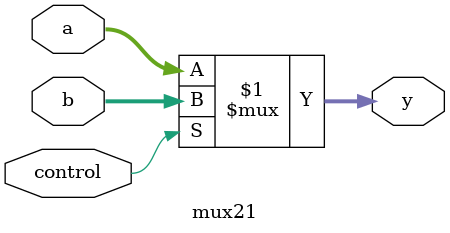
<source format=sv>
module mux21 
(
    input logic [31:0] a, b,
    input logic control,
    output logic [31:0] y
);

    assign y = control ? b : a;       // selects between the branch address or pc+4 address

endmodule

</source>
